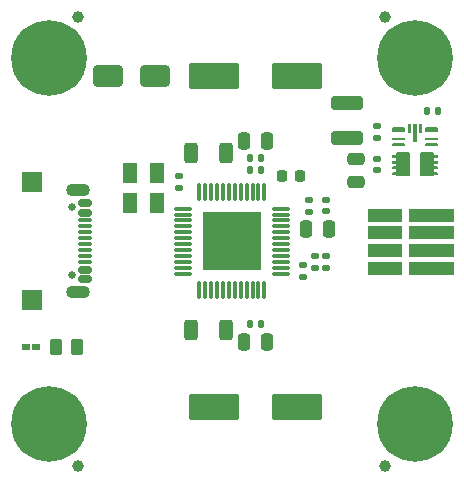
<source format=gts>
G04 #@! TF.GenerationSoftware,KiCad,Pcbnew,7.0.11*
G04 #@! TF.CreationDate,2024-10-21T13:11:56-04:00*
G04 #@! TF.ProjectId,prism-pcb,70726973-6d2d-4706-9362-2e6b69636164,1.4*
G04 #@! TF.SameCoordinates,Original*
G04 #@! TF.FileFunction,Soldermask,Top*
G04 #@! TF.FilePolarity,Negative*
%FSLAX46Y46*%
G04 Gerber Fmt 4.6, Leading zero omitted, Abs format (unit mm)*
G04 Created by KiCad (PCBNEW 7.0.11) date 2024-10-21 13:11:56*
%MOMM*%
%LPD*%
G01*
G04 APERTURE LIST*
G04 Aperture macros list*
%AMRoundRect*
0 Rectangle with rounded corners*
0 $1 Rounding radius*
0 $2 $3 $4 $5 $6 $7 $8 $9 X,Y pos of 4 corners*
0 Add a 4 corners polygon primitive as box body*
4,1,4,$2,$3,$4,$5,$6,$7,$8,$9,$2,$3,0*
0 Add four circle primitives for the rounded corners*
1,1,$1+$1,$2,$3*
1,1,$1+$1,$4,$5*
1,1,$1+$1,$6,$7*
1,1,$1+$1,$8,$9*
0 Add four rect primitives between the rounded corners*
20,1,$1+$1,$2,$3,$4,$5,0*
20,1,$1+$1,$4,$5,$6,$7,0*
20,1,$1+$1,$6,$7,$8,$9,0*
20,1,$1+$1,$8,$9,$2,$3,0*%
G04 Aperture macros list end*
%ADD10C,0.010000*%
%ADD11C,1.000000*%
%ADD12RoundRect,0.250000X0.312500X0.625000X-0.312500X0.625000X-0.312500X-0.625000X0.312500X-0.625000X0*%
%ADD13RoundRect,0.250000X1.100000X-0.325000X1.100000X0.325000X-1.100000X0.325000X-1.100000X-0.325000X0*%
%ADD14RoundRect,0.140000X-0.140000X-0.170000X0.140000X-0.170000X0.140000X0.170000X-0.140000X0.170000X0*%
%ADD15RoundRect,0.250000X-0.250000X-0.475000X0.250000X-0.475000X0.250000X0.475000X-0.250000X0.475000X0*%
%ADD16C,6.400000*%
%ADD17RoundRect,0.140000X-0.170000X0.140000X-0.170000X-0.140000X0.170000X-0.140000X0.170000X0.140000X0*%
%ADD18R,0.700000X0.500000*%
%ADD19R,1.700000X1.700000*%
%ADD20C,0.650000*%
%ADD21O,2.000000X1.100000*%
%ADD22RoundRect,0.150000X-0.425000X0.150000X-0.425000X-0.150000X0.425000X-0.150000X0.425000X0.150000X0*%
%ADD23RoundRect,0.075000X-0.500000X0.075000X-0.500000X-0.075000X0.500000X-0.075000X0.500000X0.075000X0*%
%ADD24RoundRect,0.075000X-0.662500X-0.075000X0.662500X-0.075000X0.662500X0.075000X-0.662500X0.075000X0*%
%ADD25RoundRect,0.075000X-0.075000X-0.662500X0.075000X-0.662500X0.075000X0.662500X-0.075000X0.662500X0*%
%ADD26R,5.000000X5.000000*%
%ADD27RoundRect,0.250000X1.000000X0.650000X-1.000000X0.650000X-1.000000X-0.650000X1.000000X-0.650000X0*%
%ADD28RoundRect,0.250000X0.262500X0.450000X-0.262500X0.450000X-0.262500X-0.450000X0.262500X-0.450000X0*%
%ADD29RoundRect,0.135000X-0.185000X0.135000X-0.185000X-0.135000X0.185000X-0.135000X0.185000X0.135000X0*%
%ADD30RoundRect,0.140000X0.170000X-0.140000X0.170000X0.140000X-0.170000X0.140000X-0.170000X-0.140000X0*%
%ADD31R,1.300000X1.800000*%
%ADD32RoundRect,0.102000X-2.000000X-1.000000X2.000000X-1.000000X2.000000X1.000000X-2.000000X1.000000X0*%
%ADD33RoundRect,0.225000X0.225000X0.250000X-0.225000X0.250000X-0.225000X-0.250000X0.225000X-0.250000X0*%
%ADD34RoundRect,0.140000X0.140000X0.170000X-0.140000X0.170000X-0.140000X-0.170000X0.140000X-0.170000X0*%
%ADD35RoundRect,0.250000X-0.475000X0.250000X-0.475000X-0.250000X0.475000X-0.250000X0.475000X0.250000X0*%
G04 APERTURE END LIST*
D10*
X166751200Y-104351200D02*
X163948800Y-104351200D01*
X163948800Y-103348800D01*
X166751200Y-103348800D01*
X166751200Y-104351200D01*
G36*
X166751200Y-104351200D02*
G01*
X163948800Y-104351200D01*
X163948800Y-103348800D01*
X166751200Y-103348800D01*
X166751200Y-104351200D01*
G37*
X171101200Y-104351200D02*
X167398800Y-104351200D01*
X167398800Y-103348800D01*
X171101200Y-103348800D01*
X171101200Y-104351200D01*
G36*
X171101200Y-104351200D02*
G01*
X167398800Y-104351200D01*
X167398800Y-103348800D01*
X171101200Y-103348800D01*
X171101200Y-104351200D01*
G37*
X166751200Y-102851200D02*
X163948800Y-102851200D01*
X163948800Y-101848800D01*
X166751200Y-101848800D01*
X166751200Y-102851200D01*
G36*
X166751200Y-102851200D02*
G01*
X163948800Y-102851200D01*
X163948800Y-101848800D01*
X166751200Y-101848800D01*
X166751200Y-102851200D01*
G37*
X171101200Y-102851200D02*
X167398800Y-102851200D01*
X167398800Y-101848800D01*
X171101200Y-101848800D01*
X171101200Y-102851200D01*
G36*
X171101200Y-102851200D02*
G01*
X167398800Y-102851200D01*
X167398800Y-101848800D01*
X171101200Y-101848800D01*
X171101200Y-102851200D01*
G37*
X166751200Y-101351200D02*
X163948800Y-101351200D01*
X163948800Y-100348800D01*
X166751200Y-100348800D01*
X166751200Y-101351200D01*
G36*
X166751200Y-101351200D02*
G01*
X163948800Y-101351200D01*
X163948800Y-100348800D01*
X166751200Y-100348800D01*
X166751200Y-101351200D01*
G37*
X171101200Y-101351200D02*
X167398800Y-101351200D01*
X167398800Y-100348800D01*
X171101200Y-100348800D01*
X171101200Y-101351200D01*
G36*
X171101200Y-101351200D02*
G01*
X167398800Y-101351200D01*
X167398800Y-100348800D01*
X171101200Y-100348800D01*
X171101200Y-101351200D01*
G37*
X166751200Y-99851200D02*
X163948800Y-99851200D01*
X163948800Y-98848800D01*
X166751200Y-98848800D01*
X166751200Y-99851200D01*
G36*
X166751200Y-99851200D02*
G01*
X163948800Y-99851200D01*
X163948800Y-98848800D01*
X166751200Y-98848800D01*
X166751200Y-99851200D01*
G37*
X171101200Y-99851200D02*
X167398800Y-99851200D01*
X167398800Y-98848800D01*
X171101200Y-98848800D01*
X171101200Y-99851200D01*
G36*
X171101200Y-99851200D02*
G01*
X167398800Y-99851200D01*
X167398800Y-98848800D01*
X171101200Y-98848800D01*
X171101200Y-99851200D01*
G37*
G36*
X167049999Y-92000500D02*
G01*
X167049999Y-92275500D01*
X166999999Y-92325500D01*
X166000001Y-92325500D01*
X165949999Y-92275500D01*
X165949999Y-92000500D01*
X166000001Y-91950500D01*
X166999999Y-91950500D01*
X167049999Y-92000500D01*
G37*
G36*
X167049999Y-92875001D02*
G01*
X167049999Y-93025001D01*
X166999999Y-93075001D01*
X166000001Y-93075001D01*
X165949999Y-93025001D01*
X165949999Y-92875001D01*
X166000001Y-92824999D01*
X166999999Y-92824999D01*
X167049999Y-92875001D01*
G37*
G36*
X167049999Y-93375000D02*
G01*
X167049999Y-93525000D01*
X166999999Y-93575000D01*
X166000001Y-93575000D01*
X165950001Y-93525000D01*
X165950001Y-93375000D01*
X166000001Y-93325000D01*
X166999999Y-93325000D01*
X167049999Y-93375000D01*
G37*
G36*
X167524999Y-91700002D02*
G01*
X167524999Y-92400001D01*
X167475000Y-92450001D01*
X167325000Y-92450001D01*
X167275000Y-92400001D01*
X167275000Y-91700002D01*
X167325000Y-91650000D01*
X167475000Y-91650000D01*
X167524999Y-91700002D01*
G37*
G36*
X168050000Y-91700500D02*
G01*
X168050000Y-93125501D01*
X168000000Y-93175501D01*
X167800000Y-93175501D01*
X167750000Y-93125501D01*
X167750000Y-91700500D01*
X167800000Y-91650500D01*
X168000000Y-91650500D01*
X168050000Y-91700500D01*
G37*
G36*
X168525000Y-91700002D02*
G01*
X168525000Y-92400001D01*
X168475000Y-92450001D01*
X168325000Y-92450001D01*
X168275001Y-92400001D01*
X168275001Y-91700002D01*
X168325000Y-91650002D01*
X168475000Y-91650002D01*
X168525000Y-91700002D01*
G37*
G36*
X169850001Y-92875001D02*
G01*
X169850001Y-93025001D01*
X169799999Y-93075001D01*
X168800001Y-93075001D01*
X168750001Y-93025001D01*
X168750001Y-92875001D01*
X168800001Y-92824999D01*
X169799999Y-92824999D01*
X169850001Y-92875001D01*
G37*
G36*
X169849999Y-93375000D02*
G01*
X169849999Y-93525000D01*
X169799999Y-93575000D01*
X168800001Y-93575000D01*
X168750001Y-93525000D01*
X168750001Y-93375000D01*
X168800001Y-93325000D01*
X169799999Y-93325000D01*
X169849999Y-93375000D01*
G37*
G36*
X169850001Y-92000500D02*
G01*
X169850001Y-92275500D01*
X169799999Y-92325500D01*
X168800001Y-92325500D01*
X168750001Y-92275500D01*
X168750001Y-92000500D01*
X168800001Y-91950500D01*
X169799999Y-91950500D01*
X169850001Y-92000500D01*
G37*
G36*
X167400001Y-94075011D02*
G01*
X167450001Y-94125001D01*
X167450003Y-96074997D01*
X167400004Y-96125000D01*
X166375002Y-96125000D01*
X166324999Y-96074997D01*
X166324999Y-96075000D01*
X166274999Y-96025000D01*
X166000001Y-96025000D01*
X165949999Y-95975000D01*
X165949999Y-95825000D01*
X166000001Y-95775000D01*
X166274999Y-95775000D01*
X166324999Y-95725001D01*
X166324999Y-95575001D01*
X166274999Y-95524998D01*
X166000001Y-95525001D01*
X165949999Y-95475001D01*
X165949999Y-95324999D01*
X166000001Y-95275001D01*
X166274999Y-95274999D01*
X166324999Y-95224999D01*
X166324999Y-95074999D01*
X166274999Y-95024999D01*
X166000001Y-95024999D01*
X165949999Y-94975000D01*
X165949999Y-94825000D01*
X166000001Y-94775000D01*
X166274999Y-94775000D01*
X166324999Y-94725000D01*
X166325002Y-94574998D01*
X166274999Y-94525000D01*
X166000001Y-94524998D01*
X165949999Y-94475001D01*
X165949999Y-94324998D01*
X166000001Y-94275001D01*
X166275002Y-94274998D01*
X166324999Y-94224998D01*
X166325004Y-94124973D01*
X166374999Y-94075001D01*
X167400001Y-94075011D01*
G37*
G36*
X169474996Y-94124978D02*
G01*
X169475001Y-94224998D01*
X169524998Y-94275001D01*
X169799999Y-94275001D01*
X169850001Y-94325001D01*
X169850001Y-94475001D01*
X169799999Y-94524998D01*
X169525001Y-94525000D01*
X169475001Y-94574998D01*
X169475001Y-94725000D01*
X169525001Y-94775000D01*
X169799999Y-94775000D01*
X169850001Y-94825000D01*
X169849999Y-94975000D01*
X169799999Y-95024999D01*
X169525001Y-95024999D01*
X169475001Y-95074999D01*
X169475001Y-95224999D01*
X169525001Y-95274999D01*
X169799999Y-95275001D01*
X169850001Y-95324999D01*
X169850001Y-95475001D01*
X169799999Y-95525001D01*
X169525001Y-95525001D01*
X169475001Y-95575001D01*
X169475001Y-95725001D01*
X169525001Y-95775000D01*
X169799999Y-95775000D01*
X169850001Y-95825000D01*
X169849999Y-95975000D01*
X169799999Y-96025000D01*
X169525001Y-96025000D01*
X169475001Y-96075000D01*
X169475001Y-96074997D01*
X169425001Y-96125000D01*
X168399999Y-96125000D01*
X168349997Y-96074997D01*
X168349999Y-94125001D01*
X168399999Y-94075006D01*
X169425001Y-94075001D01*
X169474996Y-94124978D01*
G37*
D11*
X139400000Y-82600000D03*
D12*
X151862500Y-109100000D03*
X148937500Y-109100000D03*
D13*
X162150000Y-92825000D03*
X162150000Y-89875000D03*
D14*
X153920000Y-94600000D03*
X154880000Y-94600000D03*
D15*
X158700000Y-100600000D03*
X160600000Y-100600000D03*
D16*
X167900000Y-117100000D03*
D17*
X160400000Y-102870000D03*
X160400000Y-103830000D03*
D15*
X153450000Y-110100000D03*
X155350000Y-110100000D03*
D14*
X153920000Y-95600000D03*
X154880000Y-95600000D03*
D18*
X134950000Y-110600000D03*
X135850000Y-110600000D03*
D19*
X135450000Y-96580000D03*
D20*
X138880000Y-98710000D03*
X138880000Y-104490000D03*
D21*
X139400000Y-105920000D03*
D19*
X135450000Y-106620000D03*
D22*
X139975000Y-98400000D03*
X139975000Y-99200000D03*
D23*
X139975000Y-100350000D03*
X139975000Y-101350000D03*
X139975000Y-101850000D03*
X139975000Y-102850000D03*
D22*
X139975000Y-104000000D03*
X139975000Y-104800000D03*
X139975000Y-104800000D03*
X139975000Y-104000000D03*
D23*
X139975000Y-103350000D03*
X139975000Y-102350000D03*
X139975000Y-100850000D03*
X139975000Y-99850000D03*
D22*
X139975000Y-99200000D03*
X139975000Y-98400000D03*
D21*
X139400000Y-97280000D03*
D15*
X153450000Y-93100000D03*
X155350000Y-93100000D03*
D24*
X148237500Y-98850000D03*
X148237500Y-99350000D03*
X148237500Y-99850000D03*
X148237500Y-100350000D03*
X148237500Y-100850000D03*
X148237500Y-101350000D03*
X148237500Y-101850000D03*
X148237500Y-102350000D03*
X148237500Y-102850000D03*
X148237500Y-103350000D03*
X148237500Y-103850000D03*
X148237500Y-104350000D03*
D25*
X149650000Y-105762500D03*
X150150000Y-105762500D03*
X150650000Y-105762500D03*
X151150000Y-105762500D03*
X151650000Y-105762500D03*
X152150000Y-105762500D03*
X152650000Y-105762500D03*
X153150000Y-105762500D03*
X153650000Y-105762500D03*
X154150000Y-105762500D03*
X154650000Y-105762500D03*
X155150000Y-105762500D03*
D24*
X156562500Y-104350000D03*
X156562500Y-103850000D03*
X156562500Y-103350000D03*
X156562500Y-102850000D03*
X156562500Y-102350000D03*
X156562500Y-101850000D03*
X156562500Y-101350000D03*
X156562500Y-100850000D03*
X156562500Y-100350000D03*
X156562500Y-99850000D03*
X156562500Y-99350000D03*
X156562500Y-98850000D03*
D25*
X155150000Y-97437500D03*
X154650000Y-97437500D03*
X154150000Y-97437500D03*
X153650000Y-97437500D03*
X153150000Y-97437500D03*
X152650000Y-97437500D03*
X152150000Y-97437500D03*
X151650000Y-97437500D03*
X151150000Y-97437500D03*
X150650000Y-97437500D03*
X150150000Y-97437500D03*
X149650000Y-97437500D03*
D26*
X152400000Y-101600000D03*
D14*
X153920000Y-108600000D03*
X154880000Y-108600000D03*
D27*
X145900000Y-87600000D03*
X141900000Y-87600000D03*
D28*
X139312500Y-110600000D03*
X137487500Y-110600000D03*
D12*
X151862500Y-94100000D03*
X148937500Y-94100000D03*
D29*
X158900000Y-98090000D03*
X158900000Y-99110000D03*
D30*
X147900000Y-97080000D03*
X147900000Y-96120000D03*
D31*
X143750000Y-95830000D03*
X143750000Y-98370000D03*
X146050000Y-98370000D03*
X146050000Y-95830000D03*
D30*
X164650000Y-92830000D03*
X164650000Y-91870000D03*
D16*
X136900000Y-86100000D03*
D32*
X150850000Y-115600000D03*
X157950000Y-115600000D03*
D29*
X159400000Y-102840000D03*
X159400000Y-103860000D03*
D33*
X158175000Y-96100000D03*
X156625000Y-96100000D03*
D29*
X158400000Y-103590000D03*
X158400000Y-104610000D03*
D34*
X169880000Y-90600000D03*
X168920000Y-90600000D03*
D35*
X162900000Y-94650000D03*
X162900000Y-96550000D03*
D11*
X165400000Y-120600000D03*
D17*
X164650000Y-94620000D03*
X164650000Y-95580000D03*
D16*
X167900000Y-86100000D03*
D11*
X165400000Y-82600000D03*
D17*
X160400000Y-98120000D03*
X160400000Y-99080000D03*
D32*
X150850000Y-87600000D03*
X157950000Y-87600000D03*
D11*
X139400000Y-120600000D03*
D16*
X136900000Y-117100000D03*
M02*

</source>
